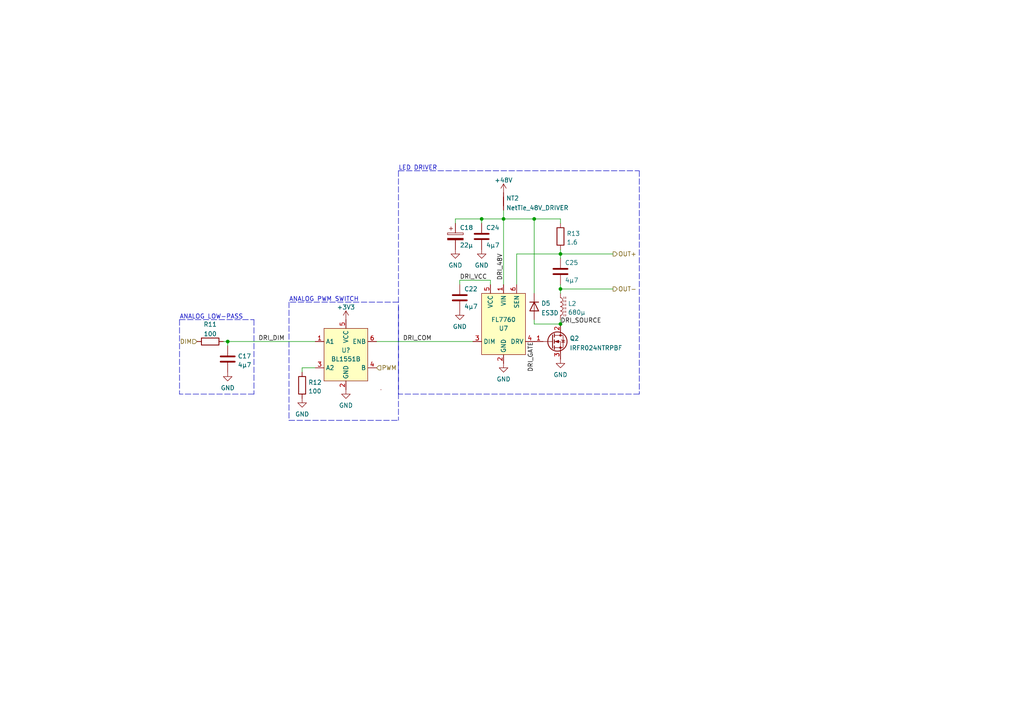
<source format=kicad_sch>
(kicad_sch (version 20211123) (generator eeschema)
  (paper "A4")
  (lib_symbols
    (symbol "Device:C" (pin_numbers hide) (pin_names (offset 0.254))
      (property "Reference" "C" (at 0.635 2.54 0))
      (property "Value" "C" (at 0.635 -2.54 0))
      (symbol "C_0_1"
        (polyline (pts (xy -2.032 -0.762) (xy 2.032 -0.762)) (stroke (width 0.508)))
        (polyline (pts (xy -2.032 0.762) (xy 2.032 0.762)) (stroke (width 0.508)))
      )
      (symbol "C_1_1"
        (pin passive line (at 0 3.81 270) (length 2.794) (name "~") (number "1"))
        (pin passive line (at 0 -3.81 90) (length 2.794) (name "~") (number "2"))
      )
    )
    (symbol "Device:C_Polarized" (pin_numbers hide) (pin_names (offset 0.254))
      (property "Reference" "C" (at 0.635 2.54 0))
      (property "Value" "C_Polarized" (at 0.635 -2.54 0))
      (symbol "C_Polarized_0_1"
        (rectangle (start -2.286 0.508) (end 2.286 1.016))
        (polyline (pts (xy -1.778 2.286) (xy -0.762 2.286)))
        (polyline (pts (xy -1.27 2.794) (xy -1.27 1.778)))
        (rectangle (start 2.286 -0.508) (end -2.286 -1.016) (fill (type outline)))
      )
      (symbol "C_Polarized_1_1"
        (pin passive line (at 0 3.81 270) (length 2.794) (name "~") (number "1"))
        (pin passive line (at 0 -3.81 90) (length 2.794) (name "~") (number "2"))
      )
    )
    (symbol "Device:D" (pin_numbers hide) (pin_names (offset 1.016) hide)
      (property "Reference" "D" (at 0 2.54 0))
      (property "Value" "D" (at 0 -2.54 0))
      (symbol "D_0_1"
        (polyline (pts (xy -1.27 1.27) (xy -1.27 -1.27)) (stroke (width 0.254)))
        (polyline (pts (xy 1.27 0) (xy -1.27 0)))
        (polyline (pts (xy 1.27 1.27) (xy 1.27 -1.27) (xy -1.27 0) (xy 1.27 1.27)) (stroke (width 0.254)))
      )
      (symbol "D_1_1"
        (pin passive line (at -3.81 0 0) (length 2.54) (name "K") (number "1"))
        (pin passive line (at 3.81 0 180) (length 2.54) (name "A") (number "2"))
      )
    )
    (symbol "Device:L_Ferrite" (pin_numbers hide) (pin_names (offset 1.016) hide)
      (property "Reference" "L" (at -1.27 0 90))
      (property "Value" "L_Ferrite" (at 2.794 0 90))
      (symbol "L_Ferrite_0_1"
        (arc (start 0 -2.54) (mid 0.635 -1.905) (end 0 -1.27))
        (arc (start 0 -1.27) (mid 0.635 -0.635) (end 0 0))
        (polyline (pts (xy 1.016 -2.794) (xy 1.016 -2.286)))
        (polyline (pts (xy 1.016 -1.778) (xy 1.016 -1.27)))
        (polyline (pts (xy 1.016 -0.762) (xy 1.016 -0.254)))
        (polyline (pts (xy 1.016 0.254) (xy 1.016 0.762)))
        (polyline (pts (xy 1.016 1.27) (xy 1.016 1.778)))
        (polyline (pts (xy 1.016 2.286) (xy 1.016 2.794)))
        (polyline (pts (xy 1.524 -2.286) (xy 1.524 -2.794)))
        (polyline (pts (xy 1.524 -1.27) (xy 1.524 -1.778)))
        (polyline (pts (xy 1.524 -0.254) (xy 1.524 -0.762)))
        (polyline (pts (xy 1.524 0.762) (xy 1.524 0.254)))
        (polyline (pts (xy 1.524 1.778) (xy 1.524 1.27)))
        (polyline (pts (xy 1.524 2.794) (xy 1.524 2.286)))
        (arc (start 0 0) (mid 0.635 0.635) (end 0 1.27))
        (arc (start 0 1.27) (mid 0.635 1.905) (end 0 2.54))
      )
      (symbol "L_Ferrite_1_1"
        (pin passive line (at 0 3.81 270) (length 1.27) (name "1") (number "1"))
        (pin passive line (at 0 -3.81 90) (length 1.27) (name "2") (number "2"))
      )
    )
    (symbol "Device:NetTie_2" (pin_numbers hide) (pin_names (offset 0) hide)
      (property "Reference" "NT" (at 0 1.27 0))
      (property "Value" "NetTie_2" (at 0 -1.27 0))
      (symbol "NetTie_2_0_1"
        (polyline (pts (xy -1.27 0) (xy 1.27 0)) (stroke (width 0.254)))
      )
      (symbol "NetTie_2_1_1"
        (pin passive line (at -2.54 0 0) (length 2.54) (name "1") (number "1"))
        (pin passive line (at 2.54 0 180) (length 2.54) (name "2") (number "2"))
      )
    )
    (symbol "Device:Q_NMOS_GDS" (pin_names (offset 0) hide)
      (property "Reference" "Q" (at 5.08 1.27 0))
      (property "Value" "Q_NMOS_GDS" (at 5.08 -1.27 0))
      (symbol "Q_NMOS_GDS_0_1"
        (polyline (pts (xy 0.254 0) (xy -2.54 0)))
        (polyline (pts (xy 0.254 1.905) (xy 0.254 -1.905)) (stroke (width 0.254)))
        (polyline (pts (xy 0.762 -1.27) (xy 0.762 -2.286)) (stroke (width 0.254)))
        (polyline (pts (xy 0.762 0.508) (xy 0.762 -0.508)) (stroke (width 0.254)))
        (polyline (pts (xy 0.762 2.286) (xy 0.762 1.27)) (stroke (width 0.254)))
        (polyline (pts (xy 2.54 2.54) (xy 2.54 1.778)))
        (polyline (pts (xy 2.54 -2.54) (xy 2.54 0) (xy 0.762 0)))
        (polyline (pts (xy 0.762 -1.778) (xy 3.302 -1.778) (xy 3.302 1.778) (xy 0.762 1.778)))
        (polyline (pts (xy 1.016 0) (xy 2.032 0.381) (xy 2.032 -0.381) (xy 1.016 0)) (fill (type outline)))
        (polyline (pts (xy 2.794 0.508) (xy 2.921 0.381) (xy 3.683 0.381) (xy 3.81 0.254)))
        (polyline (pts (xy 3.302 0.381) (xy 2.921 -0.254) (xy 3.683 -0.254) (xy 3.302 0.381)))
        (circle (center 1.651 0) (radius 2.794) (stroke (width 0.254)))
        (circle (center 2.54 -1.778) (radius 0.254) (fill (type outline)))
        (circle (center 2.54 1.778) (radius 0.254) (fill (type outline)))
      )
      (symbol "Q_NMOS_GDS_1_1"
        (pin input line (at -5.08 0 0) (length 2.54) (name "G") (number "1"))
        (pin passive line (at 2.54 5.08 270) (length 2.54) (name "D") (number "2"))
        (pin passive line (at 2.54 -5.08 90) (length 2.54) (name "S") (number "3"))
      )
    )
    (symbol "Device:R" (pin_numbers hide) (pin_names (offset 0))
      (property "Reference" "R" (at 2.032 0 90))
      (property "Value" "R" (at 0 0 90))
      (symbol "R_0_1"
        (rectangle (start -1.016 -2.54) (end 1.016 2.54) (stroke (width 0.254)))
      )
      (symbol "R_1_1"
        (pin passive line (at 0 3.81 270) (length 1.27) (name "~") (number "1"))
        (pin passive line (at 0 -3.81 90) (length 1.27) (name "~") (number "2"))
      )
    )
    (symbol "Library:FL7760"
      (property "Reference" "U" (at 0 -1.27 0))
      (property "Value" "FL7760" (at 0 1.27 0))
      (symbol "FL7760_0_1"
        (rectangle (start -6.35 10.16) (end 6.35 -7.62) (stroke (width 0.1524)) (fill (type background)))
      )
      (symbol "FL7760_1_1"
        (pin input line (at 0 12.7 270) (length 2.54) (name "VIN") (number "1"))
        (pin input line (at 0 -10.16 90) (length 2.54) (name "GND") (number "2"))
        (pin input line (at -8.89 -3.81 0) (length 2.54) (name "DIM") (number "3"))
        (pin output line (at 8.89 -3.81 180) (length 2.54) (name "DRV") (number "4"))
        (pin input line (at -3.81 12.7 270) (length 2.54) (name "VCC") (number "5"))
        (pin input line (at 3.81 12.7 270) (length 2.54) (name "SEN") (number "6"))
      )
    )
    (symbol "library:BL1551B"
      (property "Reference" "U" (at 0 -1.27 0))
      (property "Value" "BL1551B" (at 0 1.27 0))
      (symbol "BL1551B_0_1"
        (rectangle (start 6.35 7.62) (end -6.35 -7.62) (stroke (width 0.1524)) (fill (type background)))
        (rectangle (start 10.16 -10.16) (end 10.16 -10.16) (stroke (width 0.1524)))
        (rectangle (start 10.16 -10.16) (end 10.16 -10.16) (stroke (width 0.1524)))
        (rectangle (start 10.16 -10.16) (end 10.16 -10.16) (stroke (width 0.1524)))
      )
      (symbol "BL1551B_1_1"
        (pin bidirectional line (at -8.89 3.81 0) (length 2.54) (name "A1") (number "1"))
        (pin power_in line (at 0 -10.16 90) (length 2.54) (name "GND") (number "2"))
        (pin bidirectional line (at -8.89 -3.81 0) (length 2.54) (name "A2") (number "3"))
        (pin bidirectional line (at 8.89 -3.81 180) (length 2.54) (name "B") (number "4"))
        (pin power_in line (at 0 10.16 270) (length 2.54) (name "VCC") (number "5"))
        (pin input line (at 8.89 3.81 180) (length 2.54) (name "ENB") (number "6"))
      )
    )
    (symbol "power:+3V3" (power) (pin_names (offset 0))
      (property "Value" "+3V3" (at 0 3.556 0))
      (symbol "+3V3_0_1"
        (polyline (pts (xy -0.762 1.27) (xy 0 2.54)))
        (polyline (pts (xy 0 0) (xy 0 2.54)))
        (polyline (pts (xy 0 2.54) (xy 0.762 1.27)))
      )
      (symbol "+3V3_1_1"
        (pin power_in line (at 0 0 90) (length 0) hide (name "+3V3") (number "1"))
      )
    )
    (symbol "power:+48V" (power) (pin_names (offset 0))
      (property "Value" "+48V" (at 0 3.556 0))
      (symbol "+48V_0_1"
        (polyline (pts (xy -0.762 1.27) (xy 0 2.54)))
        (polyline (pts (xy 0 0) (xy 0 2.54)))
        (polyline (pts (xy 0 2.54) (xy 0.762 1.27)))
      )
      (symbol "+48V_1_1"
        (pin power_in line (at 0 0 90) (length 0) hide (name "+48V") (number "1"))
      )
    )
    (symbol "power:GND" (power) (pin_names (offset 0))
      (property "Value" "GND" (at 0 -3.81 0))
      (symbol "GND_0_1"
        (polyline (pts (xy 0 0) (xy 0 -1.27) (xy 1.27 -1.27) (xy 0 -2.54) (xy -1.27 -1.27) (xy 0 -1.27)))
      )
      (symbol "GND_1_1"
        (pin power_in line (at 0 0 270) (length 0) hide (name "GND") (number "1"))
      )
    )
  )
  (junction (at 154.94 63.5))
  (junction (at 162.56 93.98))
  (junction (at 66.04 99.06))
  (junction (at 139.7 63.5))
  (junction (at 146.05 63.5))
  (junction (at 162.56 83.82))
  (junction (at 162.56 73.66))
  (wire (pts (xy 162.56 73.66) (xy 177.8 73.66)))
  (wire (pts (xy 146.05 63.5) (xy 146.05 82.55)))
  (polyline (pts (xy 185.42 49.53) (xy 185.42 114.3)))
  (wire (pts (xy 162.56 83.82) (xy 162.56 85.09)))
  (polyline (pts (xy 52.07 92.71) (xy 52.07 114.3)))
  (polyline (pts (xy 73.66 114.3) (xy 52.07 114.3)))
  (wire (pts (xy 132.08 63.5) (xy 139.7 63.5)))
  (polyline (pts (xy 115.57 87.63) (xy 83.82 87.63)))
  (polyline (pts (xy 185.42 114.3) (xy 115.57 114.3)))
  (polyline (pts (xy 83.82 87.63) (xy 83.82 121.92)))
  (wire (pts (xy 87.63 106.68) (xy 87.63 107.95)))
  (wire (pts (xy 149.86 73.66) (xy 149.86 82.55)))
  (wire (pts (xy 132.08 64.77) (xy 132.08 63.5)))
  (wire (pts (xy 162.56 83.82) (xy 177.8 83.82)))
  (wire (pts (xy 162.56 63.5) (xy 162.56 64.77)))
  (wire (pts (xy 66.04 99.06) (xy 64.77 99.06)))
  (wire (pts (xy 154.94 93.98) (xy 162.56 93.98)))
  (polyline (pts (xy 115.57 49.53) (xy 115.57 114.3)))
  (wire (pts (xy 162.56 83.82) (xy 162.56 82.55)))
  (polyline (pts (xy 83.82 121.92) (xy 115.57 121.92)))
  (wire (pts (xy 154.94 63.5) (xy 162.56 63.5)))
  (wire (pts (xy 154.94 63.5) (xy 154.94 85.09)))
  (wire (pts (xy 109.22 99.06) (xy 137.16 99.06)))
  (polyline (pts (xy 115.57 49.53) (xy 185.42 49.53)))
  (wire (pts (xy 162.56 72.39) (xy 162.56 73.66)))
  (wire (pts (xy 162.56 92.71) (xy 162.56 93.98)))
  (wire (pts (xy 154.94 92.71) (xy 154.94 93.98)))
  (wire (pts (xy 146.05 60.96) (xy 146.05 63.5)))
  (wire (pts (xy 87.63 106.68) (xy 91.44 106.68)))
  (wire (pts (xy 149.86 73.66) (xy 162.56 73.66)))
  (polyline (pts (xy 73.66 92.71) (xy 73.66 114.3)))
  (wire (pts (xy 66.04 99.06) (xy 91.44 99.06)))
  (wire (pts (xy 142.24 82.55) (xy 142.24 81.28)))
  (wire (pts (xy 139.7 64.77) (xy 139.7 63.5)))
  (wire (pts (xy 133.35 81.28) (xy 142.24 81.28)))
  (wire (pts (xy 139.7 63.5) (xy 146.05 63.5)))
  (wire (pts (xy 133.35 81.28) (xy 133.35 82.55)))
  (wire (pts (xy 66.04 100.33) (xy 66.04 99.06)))
  (wire (pts (xy 162.56 74.93) (xy 162.56 73.66)))
  (wire (pts (xy 146.05 63.5) (xy 154.94 63.5)))
  (polyline (pts (xy 115.57 88.9) (xy 115.57 121.92)))
  (polyline (pts (xy 52.07 92.71) (xy 73.66 92.71)))
  (text "ANALOG PWM SWITCH" (at 83.82 87.63 0) (effects (font (size 1.27 1.27)) (justify left bottom)))
  (text "ANALOG LOW-PASS" (at 52.07 92.71 0) (effects (font (size 1.27 1.27)) (justify left bottom)))
  (text "LED DRIVER" (at 115.57 49.53 0) (effects (font (size 1.27 1.27)) (justify left bottom)))
  (label "DRI_DIM" (at 74.93 99.06 0))
  (label "DRI_COM" (at 116.84 99.06 0))
  (label "DRI_48V" (at 146.05 81.28 90))
  (label "DRI_VCC" (at 133.35 81.28 0))
  (label "DRI_SOURCE" (at 162.56 93.98 0))
  (label "DRI_GATE" (at 154.94 99.06 270))
  (hierarchical_label "OUT+" (shape output) (at 177.8 73.66 0))
  (hierarchical_label "PWM" (shape input) (at 109.22 106.68 0))
  (hierarchical_label "DIM" (shape input) (at 57.15 99.06 180))
  (hierarchical_label "OUT-" (shape output) (at 177.8 83.82 0))
  (symbol (lib_id "power:GND") (at 133.35 90.17 0) (unit 1)
    (property "Reference" "#PWR048" (effects hide))
    (property "Value" "GND" (at 133.35 94.7325 0))
  )
  (symbol (lib_id "Device:C") (at 162.56 78.74 0) (unit 1)
    (property "Reference" "C25" (at 163.83 76.2 0) (effects (justify left)))
    (property "Value" "4µ7" (at 163.83 81.28 0) (effects (justify left)))
    (property "Footprint" "Capacitor_SMD:C_0805_2012Metric" (effects hide))
  )
  (symbol (lib_id "Device:C") (at 133.35 86.36 0) (unit 1)
    (property "Reference" "C22" (at 134.62 83.82 0) (effects (justify left)))
    (property "Value" "4µ7" (at 134.62 88.9 0) (effects (justify left)))
    (property "Footprint" "Capacitor_SMD:C_0805_2012Metric" (effects hide))
  )
  (symbol (lib_id "Device:R") (at 87.63 111.76 0) (mirror y) (unit 1)
    (property "Reference" "R12" (at 89.408 110.9253 0) (effects (justify right)))
    (property "Value" "100" (at 89.408 113.4622 0) (effects (justify right)))
    (property "Footprint" "Resistor_SMD:R_0603_1608Metric" (effects hide))
  )
  (symbol (lib_id "Device:R") (at 162.56 68.58 0) (unit 1)
    (property "Reference" "R13" (at 164.338 67.7453 0) (effects (justify left)))
    (property "Value" "1.6" (at 164.338 70.2822 0) (effects (justify left)))
    (property "Footprint" "Resistor_SMD:R_1206_3216Metric" (effects hide))
  )
  (symbol (lib_id "power:GND") (at 66.04 107.95 0) (unit 1)
    (property "Reference" "#PWR042" (effects hide))
    (property "Value" "GND" (at 66.04 112.5125 0))
  )
  (symbol (lib_id "Device:C") (at 66.04 104.14 0) (unit 1)
    (property "Reference" "C17" (at 68.961 103.3053 0) (effects (justify left)))
    (property "Value" "4µ7" (at 68.961 105.8422 0) (effects (justify left)))
    (property "Footprint" "Capacitor_SMD:C_0805_2012Metric" (effects hide))
  )
  (symbol (lib_id "power:+48V") (at 146.05 55.88 0) (unit 1)
    (property "Reference" "#PWR052" (effects hide))
    (property "Value" "+48V" (at 146.05 52.2755 0))
  )
  (symbol (lib_id "Device:C_Polarized") (at 132.08 68.58 0) (unit 1)
    (property "Reference" "C18" (at 133.35 66.04 0) (effects (justify left)))
    (property "Value" "22µ" (at 133.35 71.12 0) (effects (justify left)))
    (property "Footprint" "Capacitor_SMD:CP_Elec_6.3x4.5" (effects hide))
  )
  (symbol (lib_id "power:GND") (at 162.56 104.14 0) (unit 1)
    (property "Reference" "#PWR054" (effects hide))
    (property "Value" "GND" (at 162.56 108.7025 0))
  )
  (symbol (lib_id "Device:Q_NMOS_GDS") (at 160.02 99.06 0) (unit 1)
    (property "Reference" "Q2" (at 165.227 98.1515 0) (effects (justify left)))
    (property "Value" "IRFR024NTRPBF" (at 165.227 100.9266 0) (effects (justify left)))
    (property "Footprint" "Package_TO_SOT_SMD:TO-252-2" (effects hide))
  )
  (symbol (lib_id "Device:D") (at 154.94 88.9 270) (unit 1)
    (property "Reference" "D5" (at 156.972 87.9915 90) (effects (justify left)))
    (property "Value" "ES3D" (at 156.972 90.7666 90) (effects (justify left)))
    (property "Footprint" "Diode_SMD:D_SMB" (effects hide))
  )
  (symbol (lib_id "Device:R") (at 60.96 99.06 90) (unit 1)
    (property "Reference" "R11" (at 60.96 94.0775 90))
    (property "Value" "100" (at 60.96 96.8526 90))
    (property "Footprint" "Resistor_SMD:R_0603_1608Metric" (effects hide))
  )
  (symbol (lib_id "library:BL1551B") (at 100.33 102.87 0) (unit 1)
    (property "Reference" "U?" (at 100.33 101.6 0))
    (property "Value" "BL1551B" (at 100.33 104.14 0))
  )
  (symbol (lib_id "Device:NetTie_2") (at 146.05 58.42 90) (unit 1)
    (property "Reference" "NT2" (at 146.812 57.5115 90) (effects (justify right)))
    (property "Value" "NetTie_48V_DRIVER" (at 146.812 60.2866 90) (effects (justify right)))
    (property "Footprint" "NetTie:NetTie-2_SMD_Pad2.0mm" (effects hide))
  )
  (symbol (lib_id "power:GND") (at 100.33 113.03 0) (unit 1)
    (property "Reference" "#PWR045" (effects hide))
    (property "Value" "GND" (at 100.33 117.5925 0))
  )
  (symbol (lib_id "power:GND") (at 132.08 72.39 0) (unit 1)
    (property "Reference" "#PWR046" (effects hide))
    (property "Value" "GND" (at 132.08 76.9525 0))
  )
  (symbol (lib_id "power:GND") (at 87.63 115.57 0) (mirror y) (unit 1)
    (property "Reference" "#PWR043" (effects hide))
    (property "Value" "GND" (at 87.63 120.1325 0))
  )
  (symbol (lib_id "Device:L_Ferrite") (at 162.56 88.9 0) (unit 1)
    (property "Reference" "L2" (at 164.719 88.0653 0) (effects (justify left)))
    (property "Value" "680µ" (at 164.719 90.6022 0) (effects (justify left)))
    (property "Footprint" "Inductor_SMD:L_12x12mm_H8mm" (effects hide))
  )
  (symbol (lib_id "power:GND") (at 139.7 72.39 0) (unit 1)
    (property "Reference" "#PWR051" (effects hide))
    (property "Value" "GND" (at 139.7 76.9525 0))
  )
  (symbol (lib_id "power:+3V3") (at 100.33 92.71 0) (unit 1)
    (property "Reference" "#PWR044" (effects hide))
    (property "Value" "+3V3" (at 100.33 89.1055 0))
  )
  (symbol (lib_id "Library:FL7760") (at 146.05 95.25 0) (unit 1)
    (property "Reference" "U7" (at 146.05 95.25 0))
    (property "Value" "FL7760" (at 146.05 92.71 0))
    (property "Footprint" "Package_TO_SOT_SMD:SOT-23-6" (effects hide))
  )
  (symbol (lib_id "Device:C") (at 139.7 68.58 0) (unit 1)
    (property "Reference" "C24" (at 140.97 66.04 0) (effects (justify left)))
    (property "Value" "4µ7" (at 140.97 71.12 0) (effects (justify left)))
    (property "Footprint" "Capacitor_SMD:C_0805_2012Metric" (effects hide))
  )
  (symbol (lib_id "power:GND") (at 146.05 105.41 0) (unit 1)
    (property "Reference" "#PWR053" (effects hide))
    (property "Value" "GND" (at 146.05 109.9725 0))
  )
)
</source>
